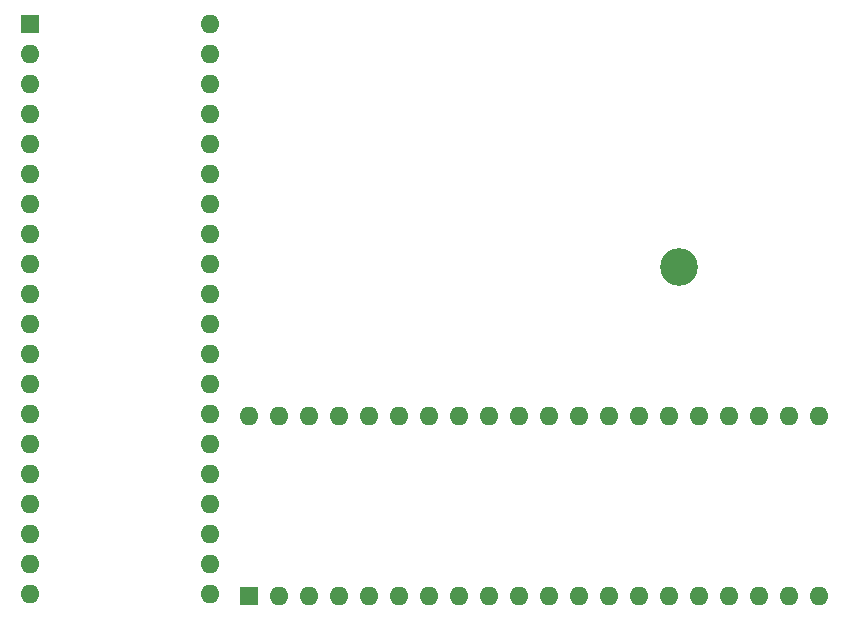
<source format=gbs>
G04 #@! TF.GenerationSoftware,KiCad,Pcbnew,7.0.1-0*
G04 #@! TF.CreationDate,2023-11-21T08:42:52-06:00*
G04 #@! TF.ProjectId,kawari_twist,7669635f-7477-4697-9374-65722e6b6963,rev?*
G04 #@! TF.SameCoordinates,Original*
G04 #@! TF.FileFunction,Soldermask,Bot*
G04 #@! TF.FilePolarity,Negative*
%FSLAX46Y46*%
G04 Gerber Fmt 4.6, Leading zero omitted, Abs format (unit mm)*
G04 Created by KiCad (PCBNEW 7.0.1-0) date 2023-11-21 08:42:52*
%MOMM*%
%LPD*%
G01*
G04 APERTURE LIST*
%ADD10R,1.600000X1.600000*%
%ADD11O,1.600000X1.600000*%
%ADD12C,3.200000*%
G04 APERTURE END LIST*
D10*
X108432600Y-99720400D03*
D11*
X110972600Y-99720400D03*
X113512600Y-99720400D03*
X116052600Y-99720400D03*
X118592600Y-99720400D03*
X121132600Y-99720400D03*
X123672600Y-99720400D03*
X126212600Y-99720400D03*
X128752600Y-99720400D03*
X131292600Y-99720400D03*
X133832600Y-99720400D03*
X136372600Y-99720400D03*
X138912600Y-99720400D03*
X141452600Y-99720400D03*
X143992600Y-99720400D03*
X146532600Y-99720400D03*
X149072600Y-99720400D03*
X151612600Y-99720400D03*
X154152600Y-99720400D03*
X156692600Y-99720400D03*
X156692600Y-84480400D03*
X154152600Y-84480400D03*
X151612600Y-84480400D03*
X149072600Y-84480400D03*
X146532600Y-84480400D03*
X143992600Y-84480400D03*
X141452600Y-84480400D03*
X138912600Y-84480400D03*
X136372600Y-84480400D03*
X133832600Y-84480400D03*
X131292600Y-84480400D03*
X128752600Y-84480400D03*
X126212600Y-84480400D03*
X123672600Y-84480400D03*
X121132600Y-84480400D03*
X118592600Y-84480400D03*
X116052600Y-84480400D03*
X113512600Y-84480400D03*
X110972600Y-84480400D03*
X108432600Y-84480400D03*
D12*
X144881600Y-71856600D03*
D10*
X89890600Y-51308000D03*
D11*
X89890600Y-53848000D03*
X89890600Y-56388000D03*
X89890600Y-58928000D03*
X89890600Y-61468000D03*
X89890600Y-64008000D03*
X89890600Y-66548000D03*
X89890600Y-69088000D03*
X89890600Y-71628000D03*
X89890600Y-74168000D03*
X89890600Y-76708000D03*
X89890600Y-79248000D03*
X89890600Y-81788000D03*
X89890600Y-84328000D03*
X89890600Y-86868000D03*
X89890600Y-89408000D03*
X89890600Y-91948000D03*
X89890600Y-94488000D03*
X89890600Y-97028000D03*
X89890600Y-99568000D03*
X105130600Y-99568000D03*
X105130600Y-97028000D03*
X105130600Y-94488000D03*
X105130600Y-91948000D03*
X105130600Y-89408000D03*
X105130600Y-86868000D03*
X105130600Y-84328000D03*
X105130600Y-81788000D03*
X105130600Y-79248000D03*
X105130600Y-76708000D03*
X105130600Y-74168000D03*
X105130600Y-71628000D03*
X105130600Y-69088000D03*
X105130600Y-66548000D03*
X105130600Y-64008000D03*
X105130600Y-61468000D03*
X105130600Y-58928000D03*
X105130600Y-56388000D03*
X105130600Y-53848000D03*
X105130600Y-51308000D03*
M02*

</source>
